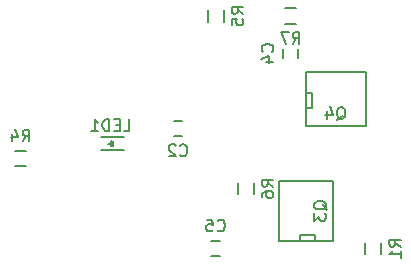
<source format=gbr>
G04 #@! TF.FileFunction,Legend,Bot*
%FSLAX46Y46*%
G04 Gerber Fmt 4.6, Leading zero omitted, Abs format (unit mm)*
G04 Created by KiCad (PCBNEW 4.0.3+e1-6302~38~ubuntu16.04.1-stable) date Mon Aug 29 22:27:36 2016*
%MOMM*%
%LPD*%
G01*
G04 APERTURE LIST*
%ADD10C,0.100000*%
%ADD11C,0.150000*%
G04 APERTURE END LIST*
D10*
D11*
X79025000Y-79340000D02*
X79725000Y-79340000D01*
X79725000Y-78140000D02*
X79025000Y-78140000D01*
X88300000Y-72040000D02*
X88300000Y-72740000D01*
X89500000Y-72740000D02*
X89500000Y-72040000D01*
X82900000Y-88300000D02*
X82200000Y-88300000D01*
X82200000Y-89500000D02*
X82900000Y-89500000D01*
X74760000Y-80560000D02*
X72860000Y-80560000D01*
X74760000Y-79460000D02*
X72860000Y-79460000D01*
X73860000Y-80010000D02*
X73410000Y-80010000D01*
X73910000Y-79760000D02*
X73910000Y-80260000D01*
X73910000Y-80010000D02*
X73660000Y-79760000D01*
X73660000Y-79760000D02*
X73660000Y-80260000D01*
X73660000Y-80260000D02*
X73910000Y-80010000D01*
X92456000Y-88265000D02*
X92456000Y-83185000D01*
X92456000Y-83185000D02*
X87884000Y-83185000D01*
X87884000Y-83185000D02*
X87884000Y-88265000D01*
X87884000Y-88265000D02*
X92456000Y-88265000D01*
X90932000Y-88265000D02*
X90932000Y-87757000D01*
X90932000Y-87757000D02*
X89662000Y-87757000D01*
X89662000Y-87757000D02*
X89662000Y-88265000D01*
X90170000Y-78486000D02*
X95250000Y-78486000D01*
X95250000Y-78486000D02*
X95250000Y-73914000D01*
X95250000Y-73914000D02*
X90170000Y-73914000D01*
X90170000Y-73914000D02*
X90170000Y-78486000D01*
X90170000Y-76962000D02*
X90678000Y-76962000D01*
X90678000Y-76962000D02*
X90678000Y-75692000D01*
X90678000Y-75692000D02*
X90170000Y-75692000D01*
X95210000Y-88400000D02*
X95210000Y-89400000D01*
X96560000Y-89400000D02*
X96560000Y-88400000D01*
X65540000Y-81955000D02*
X66540000Y-81955000D01*
X66540000Y-80605000D02*
X65540000Y-80605000D01*
X81875000Y-68715000D02*
X81875000Y-69715000D01*
X83225000Y-69715000D02*
X83225000Y-68715000D01*
X84415000Y-83320000D02*
X84415000Y-84320000D01*
X85765000Y-84320000D02*
X85765000Y-83320000D01*
X89400000Y-68540000D02*
X88400000Y-68540000D01*
X88400000Y-69890000D02*
X89400000Y-69890000D01*
X79541666Y-80997143D02*
X79589285Y-81044762D01*
X79732142Y-81092381D01*
X79827380Y-81092381D01*
X79970238Y-81044762D01*
X80065476Y-80949524D01*
X80113095Y-80854286D01*
X80160714Y-80663810D01*
X80160714Y-80520952D01*
X80113095Y-80330476D01*
X80065476Y-80235238D01*
X79970238Y-80140000D01*
X79827380Y-80092381D01*
X79732142Y-80092381D01*
X79589285Y-80140000D01*
X79541666Y-80187619D01*
X79160714Y-80187619D02*
X79113095Y-80140000D01*
X79017857Y-80092381D01*
X78779761Y-80092381D01*
X78684523Y-80140000D01*
X78636904Y-80187619D01*
X78589285Y-80282857D01*
X78589285Y-80378095D01*
X78636904Y-80520952D01*
X79208333Y-81092381D01*
X78589285Y-81092381D01*
X87357143Y-72223334D02*
X87404762Y-72175715D01*
X87452381Y-72032858D01*
X87452381Y-71937620D01*
X87404762Y-71794762D01*
X87309524Y-71699524D01*
X87214286Y-71651905D01*
X87023810Y-71604286D01*
X86880952Y-71604286D01*
X86690476Y-71651905D01*
X86595238Y-71699524D01*
X86500000Y-71794762D01*
X86452381Y-71937620D01*
X86452381Y-72032858D01*
X86500000Y-72175715D01*
X86547619Y-72223334D01*
X86785714Y-73080477D02*
X87452381Y-73080477D01*
X86404762Y-72842381D02*
X87119048Y-72604286D01*
X87119048Y-73223334D01*
X82716666Y-87357143D02*
X82764285Y-87404762D01*
X82907142Y-87452381D01*
X83002380Y-87452381D01*
X83145238Y-87404762D01*
X83240476Y-87309524D01*
X83288095Y-87214286D01*
X83335714Y-87023810D01*
X83335714Y-86880952D01*
X83288095Y-86690476D01*
X83240476Y-86595238D01*
X83145238Y-86500000D01*
X83002380Y-86452381D01*
X82907142Y-86452381D01*
X82764285Y-86500000D01*
X82716666Y-86547619D01*
X81811904Y-86452381D02*
X82288095Y-86452381D01*
X82335714Y-86928571D01*
X82288095Y-86880952D01*
X82192857Y-86833333D01*
X81954761Y-86833333D01*
X81859523Y-86880952D01*
X81811904Y-86928571D01*
X81764285Y-87023810D01*
X81764285Y-87261905D01*
X81811904Y-87357143D01*
X81859523Y-87404762D01*
X81954761Y-87452381D01*
X82192857Y-87452381D01*
X82288095Y-87404762D01*
X82335714Y-87357143D01*
X74779047Y-78962381D02*
X75255238Y-78962381D01*
X75255238Y-77962381D01*
X74445714Y-78438571D02*
X74112380Y-78438571D01*
X73969523Y-78962381D02*
X74445714Y-78962381D01*
X74445714Y-77962381D01*
X73969523Y-77962381D01*
X73540952Y-78962381D02*
X73540952Y-77962381D01*
X73302857Y-77962381D01*
X73159999Y-78010000D01*
X73064761Y-78105238D01*
X73017142Y-78200476D01*
X72969523Y-78390952D01*
X72969523Y-78533810D01*
X73017142Y-78724286D01*
X73064761Y-78819524D01*
X73159999Y-78914762D01*
X73302857Y-78962381D01*
X73540952Y-78962381D01*
X72017142Y-78962381D02*
X72588571Y-78962381D01*
X72302857Y-78962381D02*
X72302857Y-77962381D01*
X72398095Y-78105238D01*
X72493333Y-78200476D01*
X72588571Y-78248095D01*
X91987619Y-85629762D02*
X91940000Y-85534524D01*
X91844762Y-85439286D01*
X91701905Y-85296429D01*
X91654286Y-85201190D01*
X91654286Y-85105952D01*
X91892381Y-85153571D02*
X91844762Y-85058333D01*
X91749524Y-84963095D01*
X91559048Y-84915476D01*
X91225714Y-84915476D01*
X91035238Y-84963095D01*
X90940000Y-85058333D01*
X90892381Y-85153571D01*
X90892381Y-85344048D01*
X90940000Y-85439286D01*
X91035238Y-85534524D01*
X91225714Y-85582143D01*
X91559048Y-85582143D01*
X91749524Y-85534524D01*
X91844762Y-85439286D01*
X91892381Y-85344048D01*
X91892381Y-85153571D01*
X90892381Y-85915476D02*
X90892381Y-86534524D01*
X91273333Y-86201190D01*
X91273333Y-86344048D01*
X91320952Y-86439286D01*
X91368571Y-86486905D01*
X91463810Y-86534524D01*
X91701905Y-86534524D01*
X91797143Y-86486905D01*
X91844762Y-86439286D01*
X91892381Y-86344048D01*
X91892381Y-86058333D01*
X91844762Y-85963095D01*
X91797143Y-85915476D01*
X92805238Y-78017619D02*
X92900476Y-77970000D01*
X92995714Y-77874762D01*
X93138571Y-77731905D01*
X93233810Y-77684286D01*
X93329048Y-77684286D01*
X93281429Y-77922381D02*
X93376667Y-77874762D01*
X93471905Y-77779524D01*
X93519524Y-77589048D01*
X93519524Y-77255714D01*
X93471905Y-77065238D01*
X93376667Y-76970000D01*
X93281429Y-76922381D01*
X93090952Y-76922381D01*
X92995714Y-76970000D01*
X92900476Y-77065238D01*
X92852857Y-77255714D01*
X92852857Y-77589048D01*
X92900476Y-77779524D01*
X92995714Y-77874762D01*
X93090952Y-77922381D01*
X93281429Y-77922381D01*
X91995714Y-77255714D02*
X91995714Y-77922381D01*
X92233810Y-76874762D02*
X92471905Y-77589048D01*
X91852857Y-77589048D01*
X98237381Y-88733334D02*
X97761190Y-88400000D01*
X98237381Y-88161905D02*
X97237381Y-88161905D01*
X97237381Y-88542858D01*
X97285000Y-88638096D01*
X97332619Y-88685715D01*
X97427857Y-88733334D01*
X97570714Y-88733334D01*
X97665952Y-88685715D01*
X97713571Y-88638096D01*
X97761190Y-88542858D01*
X97761190Y-88161905D01*
X98237381Y-89685715D02*
X98237381Y-89114286D01*
X98237381Y-89400000D02*
X97237381Y-89400000D01*
X97380238Y-89304762D01*
X97475476Y-89209524D01*
X97523095Y-89114286D01*
X66206666Y-79832381D02*
X66540000Y-79356190D01*
X66778095Y-79832381D02*
X66778095Y-78832381D01*
X66397142Y-78832381D01*
X66301904Y-78880000D01*
X66254285Y-78927619D01*
X66206666Y-79022857D01*
X66206666Y-79165714D01*
X66254285Y-79260952D01*
X66301904Y-79308571D01*
X66397142Y-79356190D01*
X66778095Y-79356190D01*
X65349523Y-79165714D02*
X65349523Y-79832381D01*
X65587619Y-78784762D02*
X65825714Y-79499048D01*
X65206666Y-79499048D01*
X84902381Y-69048334D02*
X84426190Y-68715000D01*
X84902381Y-68476905D02*
X83902381Y-68476905D01*
X83902381Y-68857858D01*
X83950000Y-68953096D01*
X83997619Y-69000715D01*
X84092857Y-69048334D01*
X84235714Y-69048334D01*
X84330952Y-69000715D01*
X84378571Y-68953096D01*
X84426190Y-68857858D01*
X84426190Y-68476905D01*
X83902381Y-69953096D02*
X83902381Y-69476905D01*
X84378571Y-69429286D01*
X84330952Y-69476905D01*
X84283333Y-69572143D01*
X84283333Y-69810239D01*
X84330952Y-69905477D01*
X84378571Y-69953096D01*
X84473810Y-70000715D01*
X84711905Y-70000715D01*
X84807143Y-69953096D01*
X84854762Y-69905477D01*
X84902381Y-69810239D01*
X84902381Y-69572143D01*
X84854762Y-69476905D01*
X84807143Y-69429286D01*
X87442381Y-83653334D02*
X86966190Y-83320000D01*
X87442381Y-83081905D02*
X86442381Y-83081905D01*
X86442381Y-83462858D01*
X86490000Y-83558096D01*
X86537619Y-83605715D01*
X86632857Y-83653334D01*
X86775714Y-83653334D01*
X86870952Y-83605715D01*
X86918571Y-83558096D01*
X86966190Y-83462858D01*
X86966190Y-83081905D01*
X86442381Y-84510477D02*
X86442381Y-84320000D01*
X86490000Y-84224762D01*
X86537619Y-84177143D01*
X86680476Y-84081905D01*
X86870952Y-84034286D01*
X87251905Y-84034286D01*
X87347143Y-84081905D01*
X87394762Y-84129524D01*
X87442381Y-84224762D01*
X87442381Y-84415239D01*
X87394762Y-84510477D01*
X87347143Y-84558096D01*
X87251905Y-84605715D01*
X87013810Y-84605715D01*
X86918571Y-84558096D01*
X86870952Y-84510477D01*
X86823333Y-84415239D01*
X86823333Y-84224762D01*
X86870952Y-84129524D01*
X86918571Y-84081905D01*
X87013810Y-84034286D01*
X89066666Y-71567381D02*
X89400000Y-71091190D01*
X89638095Y-71567381D02*
X89638095Y-70567381D01*
X89257142Y-70567381D01*
X89161904Y-70615000D01*
X89114285Y-70662619D01*
X89066666Y-70757857D01*
X89066666Y-70900714D01*
X89114285Y-70995952D01*
X89161904Y-71043571D01*
X89257142Y-71091190D01*
X89638095Y-71091190D01*
X88733333Y-70567381D02*
X88066666Y-70567381D01*
X88495238Y-71567381D01*
M02*

</source>
